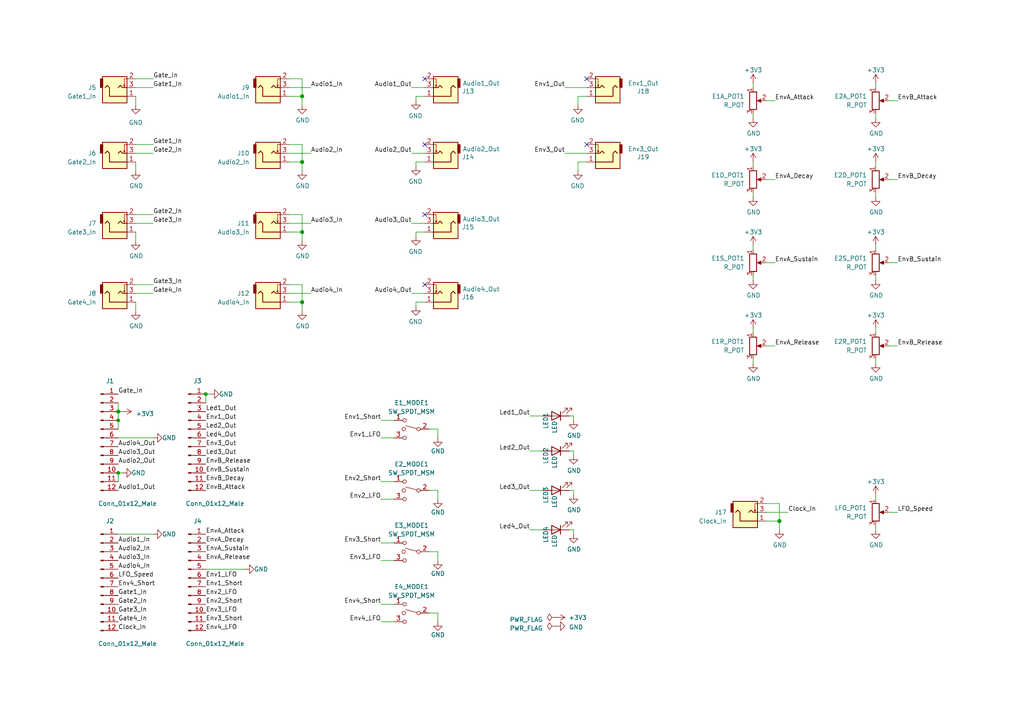
<source format=kicad_sch>
(kicad_sch (version 20210615) (generator eeschema)
  (paper "A4")
  (lib_symbols
    (symbol "Connector:Conn_01x12_Male" (pin_names (offset 1.016) hide)
      (property "Reference" "J" (at 0 15.24 0))
      (property "Value" "Conn_01x12_Male" (at 0 -17.78 0))
      (symbol "Conn_01x12_Male_1_1"
        (rectangle (start 0.8636 -15.113) (end 0 -15.367) (stroke (width 0.1524)) (fill (type outline)))
        (rectangle (start 0.8636 -12.573) (end 0 -12.827) (stroke (width 0.1524)) (fill (type outline)))
        (rectangle (start 0.8636 -10.033) (end 0 -10.287) (stroke (width 0.1524)) (fill (type outline)))
        (rectangle (start 0.8636 -7.493) (end 0 -7.747) (stroke (width 0.1524)) (fill (type outline)))
        (rectangle (start 0.8636 -4.953) (end 0 -5.207) (stroke (width 0.1524)) (fill (type outline)))
        (rectangle (start 0.8636 -2.413) (end 0 -2.667) (stroke (width 0.1524)) (fill (type outline)))
        (rectangle (start 0.8636 0.127) (end 0 -0.127) (stroke (width 0.1524)) (fill (type outline)))
        (rectangle (start 0.8636 2.667) (end 0 2.413) (stroke (width 0.1524)) (fill (type outline)))
        (rectangle (start 0.8636 5.207) (end 0 4.953) (stroke (width 0.1524)) (fill (type outline)))
        (rectangle (start 0.8636 7.747) (end 0 7.493) (stroke (width 0.1524)) (fill (type outline)))
        (rectangle (start 0.8636 10.287) (end 0 10.033) (stroke (width 0.1524)) (fill (type outline)))
        (rectangle (start 0.8636 12.827) (end 0 12.573) (stroke (width 0.1524)) (fill (type outline)))
        (polyline (pts (xy 1.27 -15.24) (xy 0.8636 -15.24)) (stroke (width 0.1524)))
        (polyline (pts (xy 1.27 -12.7) (xy 0.8636 -12.7)) (stroke (width 0.1524)))
        (polyline (pts (xy 1.27 -10.16) (xy 0.8636 -10.16)) (stroke (width 0.1524)))
        (polyline (pts (xy 1.27 -7.62) (xy 0.8636 -7.62)) (stroke (width 0.1524)))
        (polyline (pts (xy 1.27 -5.08) (xy 0.8636 -5.08)) (stroke (width 0.1524)))
        (polyline (pts (xy 1.27 -2.54) (xy 0.8636 -2.54)) (stroke (width 0.1524)))
        (polyline (pts (xy 1.27 0) (xy 0.8636 0)) (stroke (width 0.1524)))
        (polyline (pts (xy 1.27 2.54) (xy 0.8636 2.54)) (stroke (width 0.1524)))
        (polyline (pts (xy 1.27 5.08) (xy 0.8636 5.08)) (stroke (width 0.1524)))
        (polyline (pts (xy 1.27 7.62) (xy 0.8636 7.62)) (stroke (width 0.1524)))
        (polyline (pts (xy 1.27 10.16) (xy 0.8636 10.16)) (stroke (width 0.1524)))
        (polyline (pts (xy 1.27 12.7) (xy 0.8636 12.7)) (stroke (width 0.1524)))
        (pin passive line (at 5.08 12.7 180) (length 3.81) (name "Pin_1") (number "1"))
        (pin passive line (at 5.08 -10.16 180) (length 3.81) (name "Pin_10") (number "10"))
        (pin passive line (at 5.08 -12.7 180) (length 3.81) (name "Pin_11") (number "11"))
        (pin passive line (at 5.08 -15.24 180) (length 3.81) (name "Pin_12") (number "12"))
        (pin passive line (at 5.08 10.16 180) (length 3.81) (name "Pin_2") (number "2"))
        (pin passive line (at 5.08 7.62 180) (length 3.81) (name "Pin_3") (number "3"))
        (pin passive line (at 5.08 5.08 180) (length 3.81) (name "Pin_4") (number "4"))
        (pin passive line (at 5.08 2.54 180) (length 3.81) (name "Pin_5") (number "5"))
        (pin passive line (at 5.08 0 180) (length 3.81) (name "Pin_6") (number "6"))
        (pin passive line (at 5.08 -2.54 180) (length 3.81) (name "Pin_7") (number "7"))
        (pin passive line (at 5.08 -5.08 180) (length 3.81) (name "Pin_8") (number "8"))
        (pin passive line (at 5.08 -7.62 180) (length 3.81) (name "Pin_9") (number "9"))
      )
    )
    (symbol "Device:LED" (pin_numbers hide) (pin_names (offset 1.016) hide)
      (property "Reference" "D" (at 0 2.54 0))
      (property "Value" "LED" (at 0 -2.54 0))
      (symbol "LED_0_1"
        (polyline (pts (xy -1.27 -1.27) (xy -1.27 1.27)) (stroke (width 0.254)))
        (polyline (pts (xy -1.27 0) (xy 1.27 0)))
        (polyline (pts (xy 1.27 -1.27) (xy 1.27 1.27) (xy -1.27 0) (xy 1.27 -1.27)) (stroke (width 0.254)))
        (polyline (pts (xy -3.048 -0.762) (xy -4.572 -2.286) (xy -3.81 -2.286) (xy -4.572 -2.286) (xy -4.572 -1.524)))
        (polyline (pts (xy -1.778 -0.762) (xy -3.302 -2.286) (xy -2.54 -2.286) (xy -3.302 -2.286) (xy -3.302 -1.524)))
      )
      (symbol "LED_1_1"
        (pin passive line (at -3.81 0 0) (length 2.54) (name "K") (number "1"))
        (pin passive line (at 3.81 0 180) (length 2.54) (name "A") (number "2"))
      )
    )
    (symbol "Encoder:R_POT" (pin_names (offset 1.016) hide)
      (property "Reference" "RV" (at -4.445 0 90))
      (property "Value" "R_POT" (at -2.54 0 90))
      (symbol "R_POT_0_1"
        (rectangle (start 1.016 2.54) (end -1.016 -2.54) (stroke (width 0.254)))
        (polyline (pts (xy 2.54 0) (xy 1.524 0)))
        (polyline (pts (xy 1.143 0) (xy 2.286 0.508) (xy 2.286 -0.508) (xy 1.143 0)) (fill (type outline)))
      )
      (symbol "R_POT_1_1"
        (pin passive line (at 0 3.81 270) (length 1.27) (name "1") (number "1"))
        (pin passive line (at 3.81 0 180) (length 1.27) (name "2") (number "2"))
        (pin passive line (at 0 -3.81 90) (length 1.27) (name "3") (number "3"))
      )
    )
    (symbol "Switch:SW_SPDT_MSM" (pin_names (offset 0) hide)
      (property "Reference" "SW" (at 0 5.08 0))
      (property "Value" "SW_SPDT_MSM" (at 0 -5.08 0))
      (symbol "SW_SPDT_MSM_0_0"
        (circle (center -2.032 0) (radius 0.508))
        (circle (center 2.032 -2.54) (radius 0.508))
        (polyline (pts (xy -1.524 0.127) (xy 1.778 1.016)))
      )
      (symbol "SW_SPDT_MSM_0_1"
        (circle (center 2.032 2.54) (radius 0.508))
        (circle (center 2.286 0) (radius 0.508))
      )
      (symbol "SW_SPDT_MSM_1_1"
        (pin passive line (at 5.08 2.54 180) (length 2.54) (name "1") (number "1"))
        (pin passive line (at -5.08 0 0) (length 2.54) (name "2") (number "2"))
        (pin passive line (at 5.08 -2.54 180) (length 2.54) (name "3") (number "3"))
      )
    )
    (symbol "power:+3.3V" (power) (pin_names (offset 0))
      (property "Value" "+3.3V" (at 0 3.556 0))
      (symbol "+3.3V_0_1"
        (polyline (pts (xy -0.762 1.27) (xy 0 2.54)))
        (polyline (pts (xy 0 0) (xy 0 2.54)))
        (polyline (pts (xy 0 2.54) (xy 0.762 1.27)))
      )
      (symbol "+3.3V_1_1"
        (pin power_in line (at 0 0 90) (length 0) hide (name "+3V3") (number "1"))
      )
    )
    (symbol "power:GND" (power) (pin_names (offset 0))
      (property "Value" "GND" (at 0 -3.81 0))
      (symbol "GND_0_1"
        (polyline (pts (xy 0 0) (xy 0 -1.27) (xy 1.27 -1.27) (xy 0 -2.54) (xy -1.27 -1.27) (xy 0 -1.27)))
      )
      (symbol "GND_1_1"
        (pin power_in line (at 0 0 270) (length 0) hide (name "GND") (number "1"))
      )
    )
    (symbol "power:PWR_FLAG" (power) (pin_numbers hide) (pin_names (offset 0) hide)
      (property "Value" "PWR_FLAG" (at 0 3.81 0))
      (symbol "PWR_FLAG_0_0"
        (pin power_out line (at 0 0 90) (length 0) (name "pwr") (number "1"))
      )
      (symbol "PWR_FLAG_0_1"
        (polyline (pts (xy 0 0) (xy 0 1.27) (xy -1.016 1.905) (xy 0 2.54) (xy 1.016 1.905) (xy 0 1.27)))
      )
    )
    (symbol "thonkiconn:AudioJack2_Ground_Switch" (pin_names (offset 1.016))
      (property "Reference" "J" (at 0 8.89 0))
      (property "Value" "AudioJack2_Ground_Switch" (at 0 6.35 0))
      (symbol "AudioJack2_Ground_Switch_0_1"
        (rectangle (start -4.445 -2.54) (end -5.207 0) (fill (type outline)))
        (rectangle (start 2.54 -3.175) (end -4.572 4.445) (stroke (width 0.254)) (fill (type background)))
        (polyline (pts (xy 1.778 -0.254) (xy 2.032 -0.762)))
        (polyline (pts (xy 0 0) (xy 0.635 -0.635) (xy 1.27 0) (xy 2.54 0)) (stroke (width 0.254)))
        (polyline (pts (xy 2.54 -2.54) (xy 1.778 -2.54) (xy 1.778 -0.254) (xy 1.524 -0.762)))
        (polyline (pts (xy 2.54 2.54) (xy -2.54 2.54) (xy -2.54 0) (xy -3.175 -0.635) (xy -3.81 0)) (stroke (width 0.254)))
      )
      (symbol "AudioJack2_Ground_Switch_1_1"
        (pin passive line (at 5.08 2.54 180) (length 2.54) (name "~") (number "1"))
        (pin passive line (at 5.08 -2.54 180) (length 2.54) (name "~") (number "2"))
        (pin passive line (at 5.08 0 180) (length 2.54) (name "~") (number "3"))
      )
    )
  )
  (junction (at 34.29 119.38) (diameter 1.016))
  (junction (at 34.29 121.92) (diameter 0.9144))
  (junction (at 34.29 137.16) (diameter 0.9144))
  (junction (at 59.69 114.3) (diameter 0.9144))
  (junction (at 87.63 27.94) (diameter 1.016))
  (junction (at 87.63 46.99) (diameter 1.016))
  (junction (at 87.63 67.31) (diameter 1.016))
  (junction (at 87.63 87.63) (diameter 1.016))
  (junction (at 226.06 151.13) (diameter 1.016))
  (no_connect (at 123.19 22.86))
  (no_connect (at 123.19 41.91))
  (no_connect (at 123.19 62.23))
  (no_connect (at 123.19 82.55))
  (no_connect (at 170.18 22.86))
  (no_connect (at 170.18 41.91))
  (wire (pts (xy 34.29 116.84) (xy 34.29 119.38)))
  (wire (pts (xy 34.29 119.38) (xy 34.29 121.92)))
  (wire (pts (xy 34.29 121.92) (xy 34.29 124.46)))
  (wire (pts (xy 34.29 127) (xy 44.45 127)))
  (wire (pts (xy 34.29 137.16) (xy 34.29 139.7)))
  (wire (pts (xy 34.29 137.16) (xy 35.56 137.16)))
  (wire (pts (xy 34.29 154.94) (xy 44.45 154.94)))
  (wire (pts (xy 35.56 119.38) (xy 34.29 119.38)))
  (wire (pts (xy 39.37 25.4) (xy 44.45 25.4)))
  (wire (pts (xy 39.37 27.94) (xy 39.37 30.48)))
  (wire (pts (xy 39.37 44.45) (xy 44.45 44.45)))
  (wire (pts (xy 39.37 46.99) (xy 39.37 49.53)))
  (wire (pts (xy 39.37 64.77) (xy 44.45 64.77)))
  (wire (pts (xy 39.37 67.31) (xy 39.37 69.85)))
  (wire (pts (xy 39.37 85.09) (xy 44.45 85.09)))
  (wire (pts (xy 39.37 87.63) (xy 39.37 90.17)))
  (wire (pts (xy 44.45 22.86) (xy 39.37 22.86)))
  (wire (pts (xy 44.45 41.91) (xy 39.37 41.91)))
  (wire (pts (xy 44.45 62.23) (xy 39.37 62.23)))
  (wire (pts (xy 44.45 82.55) (xy 39.37 82.55)))
  (wire (pts (xy 59.69 114.3) (xy 59.69 116.84)))
  (wire (pts (xy 59.69 114.3) (xy 60.96 114.3)))
  (wire (pts (xy 59.69 165.1) (xy 71.12 165.1)))
  (wire (pts (xy 83.82 22.86) (xy 87.63 22.86)))
  (wire (pts (xy 83.82 25.4) (xy 90.17 25.4)))
  (wire (pts (xy 83.82 27.94) (xy 87.63 27.94)))
  (wire (pts (xy 83.82 41.91) (xy 87.63 41.91)))
  (wire (pts (xy 83.82 44.45) (xy 90.17 44.45)))
  (wire (pts (xy 83.82 46.99) (xy 87.63 46.99)))
  (wire (pts (xy 83.82 62.23) (xy 87.63 62.23)))
  (wire (pts (xy 83.82 64.77) (xy 90.17 64.77)))
  (wire (pts (xy 83.82 67.31) (xy 87.63 67.31)))
  (wire (pts (xy 83.82 82.55) (xy 87.63 82.55)))
  (wire (pts (xy 83.82 85.09) (xy 90.17 85.09)))
  (wire (pts (xy 83.82 87.63) (xy 87.63 87.63)))
  (wire (pts (xy 87.63 22.86) (xy 87.63 27.94)))
  (wire (pts (xy 87.63 27.94) (xy 87.63 30.48)))
  (wire (pts (xy 87.63 41.91) (xy 87.63 46.99)))
  (wire (pts (xy 87.63 46.99) (xy 87.63 49.53)))
  (wire (pts (xy 87.63 62.23) (xy 87.63 67.31)))
  (wire (pts (xy 87.63 67.31) (xy 87.63 69.85)))
  (wire (pts (xy 87.63 82.55) (xy 87.63 87.63)))
  (wire (pts (xy 87.63 87.63) (xy 87.63 90.17)))
  (wire (pts (xy 110.49 121.92) (xy 114.3 121.92)))
  (wire (pts (xy 110.49 127) (xy 114.3 127)))
  (wire (pts (xy 110.49 139.7) (xy 114.3 139.7)))
  (wire (pts (xy 110.49 144.78) (xy 114.3 144.78)))
  (wire (pts (xy 110.49 157.48) (xy 114.3 157.48)))
  (wire (pts (xy 110.49 162.56) (xy 114.3 162.56)))
  (wire (pts (xy 110.49 175.26) (xy 114.3 175.26)))
  (wire (pts (xy 110.49 180.34) (xy 114.3 180.34)))
  (wire (pts (xy 119.38 25.4) (xy 123.19 25.4)))
  (wire (pts (xy 119.38 44.45) (xy 123.19 44.45)))
  (wire (pts (xy 119.38 64.77) (xy 123.19 64.77)))
  (wire (pts (xy 119.38 85.09) (xy 123.19 85.09)))
  (wire (pts (xy 120.65 27.94) (xy 120.65 29.21)))
  (wire (pts (xy 120.65 46.99) (xy 120.65 48.26)))
  (wire (pts (xy 120.65 67.31) (xy 120.65 68.58)))
  (wire (pts (xy 120.65 87.63) (xy 120.65 88.9)))
  (wire (pts (xy 123.19 27.94) (xy 120.65 27.94)))
  (wire (pts (xy 123.19 46.99) (xy 120.65 46.99)))
  (wire (pts (xy 123.19 67.31) (xy 120.65 67.31)))
  (wire (pts (xy 123.19 87.63) (xy 120.65 87.63)))
  (wire (pts (xy 127 124.46) (xy 124.46 124.46)))
  (wire (pts (xy 127 127) (xy 127 124.46)))
  (wire (pts (xy 127 142.24) (xy 124.46 142.24)))
  (wire (pts (xy 127 144.78) (xy 127 142.24)))
  (wire (pts (xy 127 160.02) (xy 124.46 160.02)))
  (wire (pts (xy 127 162.56) (xy 127 160.02)))
  (wire (pts (xy 127 177.8) (xy 124.46 177.8)))
  (wire (pts (xy 127 180.34) (xy 127 177.8)))
  (wire (pts (xy 153.67 153.67) (xy 157.48 153.67)))
  (wire (pts (xy 157.48 120.65) (xy 153.67 120.65)))
  (wire (pts (xy 157.48 130.81) (xy 153.67 130.81)))
  (wire (pts (xy 157.48 142.24) (xy 153.67 142.24)))
  (wire (pts (xy 163.83 25.4) (xy 170.18 25.4)))
  (wire (pts (xy 163.83 44.45) (xy 170.18 44.45)))
  (wire (pts (xy 165.1 120.65) (xy 166.37 120.65)))
  (wire (pts (xy 165.1 130.81) (xy 166.37 130.81)))
  (wire (pts (xy 165.1 142.24) (xy 166.37 142.24)))
  (wire (pts (xy 165.1 153.67) (xy 166.37 153.67)))
  (wire (pts (xy 166.37 121.92) (xy 166.37 120.65)))
  (wire (pts (xy 166.37 132.08) (xy 166.37 130.81)))
  (wire (pts (xy 166.37 143.51) (xy 166.37 142.24)))
  (wire (pts (xy 166.37 154.94) (xy 166.37 153.67)))
  (wire (pts (xy 167.64 27.94) (xy 167.64 30.48)))
  (wire (pts (xy 167.64 46.99) (xy 167.64 49.53)))
  (wire (pts (xy 170.18 27.94) (xy 167.64 27.94)))
  (wire (pts (xy 170.18 46.99) (xy 167.64 46.99)))
  (wire (pts (xy 218.44 24.13) (xy 218.44 25.4)))
  (wire (pts (xy 218.44 33.02) (xy 218.44 34.29)))
  (wire (pts (xy 218.44 46.99) (xy 218.44 48.26)))
  (wire (pts (xy 218.44 55.88) (xy 218.44 57.15)))
  (wire (pts (xy 218.44 71.12) (xy 218.44 72.39)))
  (wire (pts (xy 218.44 80.01) (xy 218.44 81.28)))
  (wire (pts (xy 218.44 95.25) (xy 218.44 96.52)))
  (wire (pts (xy 218.44 104.14) (xy 218.44 105.41)))
  (wire (pts (xy 222.25 29.21) (xy 224.79 29.21)))
  (wire (pts (xy 222.25 52.07) (xy 224.79 52.07)))
  (wire (pts (xy 222.25 76.2) (xy 224.79 76.2)))
  (wire (pts (xy 222.25 100.33) (xy 224.79 100.33)))
  (wire (pts (xy 222.25 146.05) (xy 226.06 146.05)))
  (wire (pts (xy 222.25 148.59) (xy 228.6 148.59)))
  (wire (pts (xy 222.25 151.13) (xy 226.06 151.13)))
  (wire (pts (xy 226.06 146.05) (xy 226.06 151.13)))
  (wire (pts (xy 226.06 151.13) (xy 226.06 153.67)))
  (wire (pts (xy 254 24.13) (xy 254 25.4)))
  (wire (pts (xy 254 33.02) (xy 254 34.29)))
  (wire (pts (xy 254 46.99) (xy 254 48.26)))
  (wire (pts (xy 254 55.88) (xy 254 57.15)))
  (wire (pts (xy 254 71.12) (xy 254 72.39)))
  (wire (pts (xy 254 80.01) (xy 254 81.28)))
  (wire (pts (xy 254 95.25) (xy 254 96.52)))
  (wire (pts (xy 254 104.14) (xy 254 105.41)))
  (wire (pts (xy 254 143.51) (xy 254 144.78)))
  (wire (pts (xy 254 152.4) (xy 254 153.67)))
  (wire (pts (xy 257.81 29.21) (xy 260.35 29.21)))
  (wire (pts (xy 257.81 52.07) (xy 260.35 52.07)))
  (wire (pts (xy 257.81 76.2) (xy 260.35 76.2)))
  (wire (pts (xy 257.81 100.33) (xy 260.35 100.33)))
  (wire (pts (xy 257.81 148.59) (xy 260.35 148.59)))
  (label "Gate_In" (at 34.29 114.3 0))
  (label "Audio4_Out" (at 34.29 129.54 0))
  (label "Audio3_Out" (at 34.29 132.08 0))
  (label "Audio2_Out" (at 34.29 134.62 0))
  (label "Audio1_Out" (at 34.29 142.24 0))
  (label "Audio1_In" (at 34.29 157.48 0))
  (label "Audio2_In" (at 34.29 160.02 0))
  (label "Audio3_In" (at 34.29 162.56 0))
  (label "Audio4_In" (at 34.29 165.1 0))
  (label "LFO_Speed" (at 34.29 167.64 0))
  (label "Env4_Short" (at 34.29 170.18 0))
  (label "Gate1_In" (at 34.29 172.72 0))
  (label "Gate2_In" (at 34.29 175.26 0))
  (label "Gate3_In" (at 34.29 177.8 0))
  (label "Gate4_In" (at 34.29 180.34 0))
  (label "Clock_In" (at 34.29 182.88 0))
  (label "Gate_In" (at 44.45 22.86 0))
  (label "Gate1_In" (at 44.45 25.4 0))
  (label "Gate1_In" (at 44.45 41.91 0))
  (label "Gate2_In" (at 44.45 44.45 0))
  (label "Gate2_In" (at 44.45 62.23 0))
  (label "Gate3_In" (at 44.45 64.77 0))
  (label "Gate3_In" (at 44.45 82.55 0))
  (label "Gate4_In" (at 44.45 85.09 0))
  (label "Led1_Out" (at 59.69 119.38 0))
  (label "Env1_Out" (at 59.69 121.92 0))
  (label "Led2_Out" (at 59.69 124.46 0))
  (label "Led4_Out" (at 59.69 127 0))
  (label "Env3_Out" (at 59.69 129.54 0))
  (label "Led3_Out" (at 59.69 132.08 0))
  (label "EnvB_Release" (at 59.69 134.62 0))
  (label "EnvB_Sustain" (at 59.69 137.16 0))
  (label "EnvB_Decay" (at 59.69 139.7 0))
  (label "EnvB_Attack" (at 59.69 142.24 0))
  (label "EnvA_Attack" (at 59.69 154.94 0))
  (label "EnvA_Decay" (at 59.69 157.48 0))
  (label "EnvA_Sustain" (at 59.69 160.02 0))
  (label "EnvA_Release" (at 59.69 162.56 0))
  (label "Env1_LFO" (at 59.69 167.64 0))
  (label "Env1_Short" (at 59.69 170.18 0))
  (label "Env2_LFO" (at 59.69 172.72 0))
  (label "Env2_Short" (at 59.69 175.26 0))
  (label "Env3_LFO" (at 59.69 177.8 0))
  (label "Env3_Short" (at 59.69 180.34 0))
  (label "Env4_LFO" (at 59.69 182.88 0))
  (label "Audio1_In" (at 90.17 25.4 0))
  (label "Audio2_In" (at 90.17 44.45 0))
  (label "Audio3_In" (at 90.17 64.77 0))
  (label "Audio4_In" (at 90.17 85.09 0))
  (label "Env1_Short" (at 110.49 121.92 180))
  (label "Env1_LFO" (at 110.49 127 180))
  (label "Env2_Short" (at 110.49 139.7 180))
  (label "Env2_LFO" (at 110.49 144.78 180))
  (label "Env3_Short" (at 110.49 157.48 180))
  (label "Env3_LFO" (at 110.49 162.56 180))
  (label "Env4_Short" (at 110.49 175.26 180))
  (label "Env4_LFO" (at 110.49 180.34 180))
  (label "Audio1_Out" (at 119.38 25.4 180))
  (label "Audio2_Out" (at 119.38 44.45 180))
  (label "Audio3_Out" (at 119.38 64.77 180))
  (label "Audio4_Out" (at 119.38 85.09 180))
  (label "Led1_Out" (at 153.67 120.65 180))
  (label "Led2_Out" (at 153.67 130.81 180))
  (label "Led3_Out" (at 153.67 142.24 180))
  (label "Led4_Out" (at 153.67 153.67 180))
  (label "Env1_Out" (at 163.83 25.4 180))
  (label "Env3_Out" (at 163.83 44.45 180))
  (label "EnvA_Attack" (at 224.79 29.21 0))
  (label "EnvA_Decay" (at 224.79 52.07 0))
  (label "EnvA_Sustain" (at 224.79 76.2 0))
  (label "EnvA_Release" (at 224.79 100.33 0))
  (label "Clock_In" (at 228.6 148.59 0))
  (label "EnvB_Attack" (at 260.35 29.21 0))
  (label "EnvB_Decay" (at 260.35 52.07 0))
  (label "EnvB_Sustain" (at 260.35 76.2 0))
  (label "EnvB_Release" (at 260.35 100.33 0))
  (label "LFO_Speed" (at 260.35 148.59 0))
  (symbol (lib_id "power:+3.3V") (at 35.56 119.38 270) (unit 1)
    (property "Reference" "#PWR01" (effects hide))
    (property "Value" "+3.3V" (at 39.37 120.0149 90) (effects (justify left)))
  )
  (symbol (lib_id "power:+3.3V") (at 161.29 179.07 270) (unit 1)
    (property "Reference" "#PWR048" (effects hide))
    (property "Value" "+3.3V" (at 164.9055 179.1338 90) (effects (justify left)))
  )
  (symbol (lib_id "power:+3.3V") (at 218.44 24.13 0) (unit 1)
    (property "Reference" "#PWR017" (effects hide))
    (property "Value" "+3.3V" (at 218.44 20.32 0))
  )
  (symbol (lib_id "power:+3.3V") (at 218.44 46.99 0) (unit 1)
    (property "Reference" "#PWR019" (effects hide))
    (property "Value" "+3.3V" (at 218.44 43.18 0))
  )
  (symbol (lib_id "power:+3.3V") (at 218.44 71.12 0) (unit 1)
    (property "Reference" "#PWR029" (effects hide))
    (property "Value" "+3.3V" (at 218.44 67.31 0))
  )
  (symbol (lib_id "power:+3.3V") (at 218.44 95.25 0) (unit 1)
    (property "Reference" "#PWR042" (effects hide))
    (property "Value" "+3.3V" (at 218.44 91.44 0))
  )
  (symbol (lib_id "power:+3.3V") (at 254 24.13 0) (unit 1)
    (property "Reference" "#PWR043" (effects hide))
    (property "Value" "+3.3V" (at 254 20.32 0))
  )
  (symbol (lib_id "power:+3.3V") (at 254 46.99 0) (unit 1)
    (property "Reference" "#PWR044" (effects hide))
    (property "Value" "+3.3V" (at 254 43.18 0))
  )
  (symbol (lib_id "power:+3.3V") (at 254 71.12 0) (unit 1)
    (property "Reference" "#PWR045" (effects hide))
    (property "Value" "+3.3V" (at 254 67.31 0))
  )
  (symbol (lib_id "power:+3.3V") (at 254 95.25 0) (unit 1)
    (property "Reference" "#PWR046" (effects hide))
    (property "Value" "+3.3V" (at 254 91.44 0))
  )
  (symbol (lib_id "power:+3.3V") (at 254 143.51 0) (unit 1)
    (property "Reference" "#PWR047" (effects hide))
    (property "Value" "+3.3V" (at 254 139.7 0))
  )
  (symbol (lib_id "power:PWR_FLAG") (at 161.29 179.07 90) (unit 1)
    (property "Reference" "#FLG01" (effects hide))
    (property "Value" "PWR_FLAG" (at 157.48 179.7049 90) (effects (justify left)))
  )
  (symbol (lib_id "power:PWR_FLAG") (at 161.29 181.61 90) (unit 1)
    (property "Reference" "#FLG02" (effects hide))
    (property "Value" "PWR_FLAG" (at 157.48 182.2449 90) (effects (justify left)))
  )
  (symbol (lib_id "power:GND") (at 35.56 137.16 90) (unit 1)
    (property "Reference" "#PWR03" (effects hide))
    (property "Value" "GND" (at 38.1 137.16 90) (effects (justify right)))
  )
  (symbol (lib_id "power:GND") (at 39.37 30.48 0) (unit 1)
    (property "Reference" "#PWR09" (effects hide))
    (property "Value" "GND" (at 39.37 35.56 0))
  )
  (symbol (lib_id "power:GND") (at 39.37 49.53 0) (unit 1)
    (property "Reference" "#PWR010" (effects hide))
    (property "Value" "GND" (at 39.497 53.9242 0))
  )
  (symbol (lib_id "power:GND") (at 39.37 69.85 0) (unit 1)
    (property "Reference" "#PWR011" (effects hide))
    (property "Value" "GND" (at 39.497 74.2442 0))
  )
  (symbol (lib_id "power:GND") (at 39.37 90.17 0) (unit 1)
    (property "Reference" "#PWR012" (effects hide))
    (property "Value" "GND" (at 39.497 94.5642 0))
  )
  (symbol (lib_id "power:GND") (at 44.45 127 90) (unit 1)
    (property "Reference" "#PWR05" (effects hide))
    (property "Value" "GND" (at 46.99 127 90) (effects (justify right)))
  )
  (symbol (lib_id "power:GND") (at 44.45 154.94 90) (unit 1)
    (property "Reference" "#PWR07" (effects hide))
    (property "Value" "GND" (at 46.99 154.94 90) (effects (justify right)))
  )
  (symbol (lib_id "power:GND") (at 60.96 114.3 90) (unit 1)
    (property "Reference" "#PWR013" (effects hide))
    (property "Value" "GND" (at 63.5 114.3 90) (effects (justify right)))
  )
  (symbol (lib_id "power:GND") (at 71.12 165.1 90) (unit 1)
    (property "Reference" "#PWR015" (effects hide))
    (property "Value" "GND" (at 73.66 165.1 90) (effects (justify right)))
  )
  (symbol (lib_id "power:GND") (at 87.63 30.48 0) (unit 1)
    (property "Reference" "#PWR021" (effects hide))
    (property "Value" "GND" (at 87.757 34.8742 0))
  )
  (symbol (lib_id "power:GND") (at 87.63 49.53 0) (unit 1)
    (property "Reference" "#PWR022" (effects hide))
    (property "Value" "GND" (at 87.757 53.9242 0))
  )
  (symbol (lib_id "power:GND") (at 87.63 69.85 0) (unit 1)
    (property "Reference" "#PWR023" (effects hide))
    (property "Value" "GND" (at 87.757 74.2442 0))
  )
  (symbol (lib_id "power:GND") (at 87.63 90.17 0) (unit 1)
    (property "Reference" "#PWR024" (effects hide))
    (property "Value" "GND" (at 87.757 94.5642 0))
  )
  (symbol (lib_id "power:GND") (at 120.65 29.21 0) (mirror y) (unit 1)
    (property "Reference" "#PWR025" (effects hide))
    (property "Value" "GND" (at 120.523 33.6042 0))
  )
  (symbol (lib_id "power:GND") (at 120.65 48.26 0) (mirror y) (unit 1)
    (property "Reference" "#PWR026" (effects hide))
    (property "Value" "GND" (at 120.523 52.6542 0))
  )
  (symbol (lib_id "power:GND") (at 120.65 68.58 0) (mirror y) (unit 1)
    (property "Reference" "#PWR027" (effects hide))
    (property "Value" "GND" (at 120.523 72.9742 0))
  )
  (symbol (lib_id "power:GND") (at 120.65 88.9 0) (mirror y) (unit 1)
    (property "Reference" "#PWR028" (effects hide))
    (property "Value" "GND" (at 120.523 93.2942 0))
  )
  (symbol (lib_id "power:GND") (at 127 127 0) (unit 1)
    (property "Reference" "#PWR031" (effects hide))
    (property "Value" "GND" (at 127 130.81 0))
  )
  (symbol (lib_id "power:GND") (at 127 144.78 0) (unit 1)
    (property "Reference" "#PWR032" (effects hide))
    (property "Value" "GND" (at 127 148.59 0))
  )
  (symbol (lib_id "power:GND") (at 127 162.56 0) (unit 1)
    (property "Reference" "#PWR033" (effects hide))
    (property "Value" "GND" (at 127 166.37 0))
  )
  (symbol (lib_id "power:GND") (at 127 180.34 0) (unit 1)
    (property "Reference" "#PWR034" (effects hide))
    (property "Value" "GND" (at 127 184.15 0))
  )
  (symbol (lib_id "power:GND") (at 161.29 181.61 90) (unit 1)
    (property "Reference" "#PWR049" (effects hide))
    (property "Value" "GND" (at 167.0774 181.8975 90))
  )
  (symbol (lib_id "power:GND") (at 166.37 121.92 0) (unit 1)
    (property "Reference" "#PWR038" (effects hide))
    (property "Value" "GND" (at 166.497 126.3142 0))
  )
  (symbol (lib_id "power:GND") (at 166.37 132.08 0) (unit 1)
    (property "Reference" "#PWR039" (effects hide))
    (property "Value" "GND" (at 166.497 136.4742 0))
  )
  (symbol (lib_id "power:GND") (at 166.37 143.51 0) (unit 1)
    (property "Reference" "#PWR040" (effects hide))
    (property "Value" "GND" (at 166.497 147.9042 0))
  )
  (symbol (lib_id "power:GND") (at 166.37 154.94 0) (unit 1)
    (property "Reference" "#PWR041" (effects hide))
    (property "Value" "GND" (at 166.497 159.3342 0))
  )
  (symbol (lib_id "power:GND") (at 167.64 30.48 0) (mirror y) (unit 1)
    (property "Reference" "#PWR035" (effects hide))
    (property "Value" "GND" (at 167.513 34.8742 0))
  )
  (symbol (lib_id "power:GND") (at 167.64 49.53 0) (mirror y) (unit 1)
    (property "Reference" "#PWR036" (effects hide))
    (property "Value" "GND" (at 167.513 53.9242 0))
  )
  (symbol (lib_id "power:GND") (at 218.44 34.29 0) (unit 1)
    (property "Reference" "#PWR02" (effects hide))
    (property "Value" "GND" (at 218.567 38.6842 0))
  )
  (symbol (lib_id "power:GND") (at 218.44 57.15 0) (unit 1)
    (property "Reference" "#PWR04" (effects hide))
    (property "Value" "GND" (at 218.567 61.5442 0))
  )
  (symbol (lib_id "power:GND") (at 218.44 81.28 0) (unit 1)
    (property "Reference" "#PWR06" (effects hide))
    (property "Value" "GND" (at 218.567 85.6742 0))
  )
  (symbol (lib_id "power:GND") (at 218.44 105.41 0) (unit 1)
    (property "Reference" "#PWR08" (effects hide))
    (property "Value" "GND" (at 218.567 109.8042 0))
  )
  (symbol (lib_id "power:GND") (at 226.06 153.67 0) (unit 1)
    (property "Reference" "#PWR037" (effects hide))
    (property "Value" "GND" (at 226.187 158.0642 0))
  )
  (symbol (lib_id "power:GND") (at 254 34.29 0) (unit 1)
    (property "Reference" "#PWR014" (effects hide))
    (property "Value" "GND" (at 254.127 38.6842 0))
  )
  (symbol (lib_id "power:GND") (at 254 57.15 0) (unit 1)
    (property "Reference" "#PWR016" (effects hide))
    (property "Value" "GND" (at 254.127 61.5442 0))
  )
  (symbol (lib_id "power:GND") (at 254 81.28 0) (unit 1)
    (property "Reference" "#PWR018" (effects hide))
    (property "Value" "GND" (at 254.127 85.6742 0))
  )
  (symbol (lib_id "power:GND") (at 254 105.41 0) (unit 1)
    (property "Reference" "#PWR020" (effects hide))
    (property "Value" "GND" (at 254.127 109.8042 0))
  )
  (symbol (lib_id "power:GND") (at 254 153.67 0) (unit 1)
    (property "Reference" "#PWR030" (effects hide))
    (property "Value" "GND" (at 254.127 158.0642 0))
  )
  (symbol (lib_id "Device:LED") (at 161.29 120.65 180) (unit 1)
    (property "Reference" "LED1" (at 158.3054 124.46 90) (effects (justify right)))
    (property "Value" "LED" (at 160.8454 125.73 90) (effects (justify right)))
    (property "Footprint" "Custom_Footprints:LED_D3.0mm" (effects hide))
  )
  (symbol (lib_id "Device:LED") (at 161.29 130.81 180) (unit 1)
    (property "Reference" "LED2" (at 158.3054 134.62 90) (effects (justify right)))
    (property "Value" "LED" (at 160.8454 135.89 90) (effects (justify right)))
    (property "Footprint" "Custom_Footprints:LED_D3.0mm" (effects hide))
  )
  (symbol (lib_id "Device:LED") (at 161.29 142.24 180) (unit 1)
    (property "Reference" "LED3" (at 158.3054 146.05 90) (effects (justify right)))
    (property "Value" "LED" (at 160.8454 147.32 90) (effects (justify right)))
    (property "Footprint" "Custom_Footprints:LED_D3.0mm" (effects hide))
  )
  (symbol (lib_id "Device:LED") (at 161.29 153.67 180) (unit 1)
    (property "Reference" "LED4" (at 158.3054 157.48 90) (effects (justify right)))
    (property "Value" "LED" (at 160.8454 158.75 90) (effects (justify right)))
    (property "Footprint" "Custom_Footprints:LED_D3.0mm" (effects hide))
  )
  (symbol (lib_id "Encoder:R_POT") (at 218.44 29.21 0) (unit 1)
    (property "Reference" "E1A_POT1" (at 215.9 27.9399 0) (effects (justify right)))
    (property "Value" "R_POT" (at 215.9 30.4799 0) (effects (justify right)))
    (property "Footprint" "Custom_Footprints:Alpha_9mm_Potentiometer_Aligned" (effects hide))
  )
  (symbol (lib_id "Encoder:R_POT") (at 218.44 52.07 0) (unit 1)
    (property "Reference" "E1D_POT1" (at 215.9 50.7999 0) (effects (justify right)))
    (property "Value" "R_POT" (at 215.9 53.3399 0) (effects (justify right)))
    (property "Footprint" "Custom_Footprints:Alpha_9mm_Potentiometer_Aligned" (effects hide))
  )
  (symbol (lib_id "Encoder:R_POT") (at 218.44 76.2 0) (unit 1)
    (property "Reference" "E1S_POT1" (at 215.9 74.9299 0) (effects (justify right)))
    (property "Value" "R_POT" (at 215.9 77.4699 0) (effects (justify right)))
    (property "Footprint" "Custom_Footprints:Alpha_9mm_Potentiometer_Aligned" (effects hide))
  )
  (symbol (lib_id "Encoder:R_POT") (at 218.44 100.33 0) (unit 1)
    (property "Reference" "E1R_POT1" (at 215.9 99.0599 0) (effects (justify right)))
    (property "Value" "R_POT" (at 215.9 101.5999 0) (effects (justify right)))
    (property "Footprint" "Custom_Footprints:Alpha_9mm_Potentiometer_Aligned" (effects hide))
  )
  (symbol (lib_id "Encoder:R_POT") (at 254 29.21 0) (unit 1)
    (property "Reference" "E2A_POT1" (at 251.46 27.9399 0) (effects (justify right)))
    (property "Value" "R_POT" (at 251.46 30.4799 0) (effects (justify right)))
    (property "Footprint" "Custom_Footprints:Alpha_9mm_Potentiometer_Aligned" (effects hide))
  )
  (symbol (lib_id "Encoder:R_POT") (at 254 52.07 0) (unit 1)
    (property "Reference" "E2D_POT1" (at 251.46 50.7999 0) (effects (justify right)))
    (property "Value" "R_POT" (at 251.46 53.3399 0) (effects (justify right)))
    (property "Footprint" "Custom_Footprints:Alpha_9mm_Potentiometer_Aligned" (effects hide))
  )
  (symbol (lib_id "Encoder:R_POT") (at 254 76.2 0) (unit 1)
    (property "Reference" "E2S_POT1" (at 251.46 74.9299 0) (effects (justify right)))
    (property "Value" "R_POT" (at 251.46 77.4699 0) (effects (justify right)))
    (property "Footprint" "Custom_Footprints:Alpha_9mm_Potentiometer_Aligned" (effects hide))
  )
  (symbol (lib_id "Encoder:R_POT") (at 254 100.33 0) (unit 1)
    (property "Reference" "E2R_POT1" (at 251.46 99.0599 0) (effects (justify right)))
    (property "Value" "R_POT" (at 251.46 101.5999 0) (effects (justify right)))
    (property "Footprint" "Custom_Footprints:Alpha_9mm_Potentiometer_Aligned" (effects hide))
  )
  (symbol (lib_id "Encoder:R_POT") (at 254 148.59 0) (unit 1)
    (property "Reference" "LFO_POT1" (at 251.46 147.3199 0) (effects (justify right)))
    (property "Value" "R_POT" (at 251.46 149.8599 0) (effects (justify right)))
    (property "Footprint" "Custom_Footprints:Alpha_9mm_Potentiometer_Aligned" (effects hide))
  )
  (symbol (lib_id "Switch:SW_SPDT_MSM") (at 119.38 124.46 0) (mirror y) (unit 1)
    (property "Reference" "E1_MODE1" (at 119.38 116.84 0))
    (property "Value" "SW_SPDT_MSM" (at 119.38 119.38 0))
    (property "Footprint" "Custom_Footprints:SPDT_SubMiniature_Aligned" (effects hide))
  )
  (symbol (lib_id "Switch:SW_SPDT_MSM") (at 119.38 142.24 0) (mirror y) (unit 1)
    (property "Reference" "E2_MODE1" (at 119.38 134.62 0))
    (property "Value" "SW_SPDT_MSM" (at 119.38 137.16 0))
    (property "Footprint" "Custom_Footprints:SPDT_SubMiniature_Aligned" (effects hide))
  )
  (symbol (lib_id "Switch:SW_SPDT_MSM") (at 119.38 160.02 0) (mirror y) (unit 1)
    (property "Reference" "E3_MODE1" (at 119.38 152.4 0))
    (property "Value" "SW_SPDT_MSM" (at 119.38 154.94 0))
    (property "Footprint" "Custom_Footprints:SPDT_SubMiniature_Aligned" (effects hide))
  )
  (symbol (lib_id "Switch:SW_SPDT_MSM") (at 119.38 177.8 0) (mirror y) (unit 1)
    (property "Reference" "E4_MODE1" (at 119.38 170.18 0))
    (property "Value" "SW_SPDT_MSM" (at 119.38 172.72 0))
    (property "Footprint" "Custom_Footprints:SPDT_SubMiniature_Aligned" (effects hide))
  )
  (symbol (lib_id "thonkiconn:AudioJack2_Ground_Switch") (at 34.29 25.4 0) (mirror x) (unit 1)
    (property "Reference" "J5" (at 27.94 25.3999 0) (effects (justify right)))
    (property "Value" "Gate1_In" (at 27.94 27.9399 0) (effects (justify right)))
    (property "Footprint" "Custom_Footprints:THONKICONN_hole" (effects hide))
  )
  (symbol (lib_id "thonkiconn:AudioJack2_Ground_Switch") (at 34.29 44.45 0) (mirror x) (unit 1)
    (property "Reference" "J6" (at 27.94 44.4499 0) (effects (justify right)))
    (property "Value" "Gate2_In" (at 27.94 46.9899 0) (effects (justify right)))
    (property "Footprint" "Custom_Footprints:THONKICONN_hole" (effects hide))
  )
  (symbol (lib_id "thonkiconn:AudioJack2_Ground_Switch") (at 34.29 64.77 0) (mirror x) (unit 1)
    (property "Reference" "J7" (at 27.94 64.7699 0) (effects (justify right)))
    (property "Value" "Gate3_In" (at 27.94 67.3099 0) (effects (justify right)))
    (property "Footprint" "Custom_Footprints:THONKICONN_hole" (effects hide))
  )
  (symbol (lib_id "thonkiconn:AudioJack2_Ground_Switch") (at 34.29 85.09 0) (mirror x) (unit 1)
    (property "Reference" "J8" (at 27.94 85.0899 0) (effects (justify right)))
    (property "Value" "Gate4_In" (at 27.94 87.6299 0) (effects (justify right)))
    (property "Footprint" "Custom_Footprints:THONKICONN_hole" (effects hide))
  )
  (symbol (lib_id "thonkiconn:AudioJack2_Ground_Switch") (at 78.74 25.4 0) (mirror x) (unit 1)
    (property "Reference" "J9" (at 72.39 25.3999 0) (effects (justify right)))
    (property "Value" "Audio1_In" (at 72.39 27.9399 0) (effects (justify right)))
    (property "Footprint" "Custom_Footprints:THONKICONN_hole" (effects hide))
  )
  (symbol (lib_id "thonkiconn:AudioJack2_Ground_Switch") (at 78.74 44.45 0) (mirror x) (unit 1)
    (property "Reference" "J10" (at 72.39 44.4499 0) (effects (justify right)))
    (property "Value" "Audio2_In" (at 72.39 46.9899 0) (effects (justify right)))
    (property "Footprint" "Custom_Footprints:THONKICONN_hole" (effects hide))
  )
  (symbol (lib_id "thonkiconn:AudioJack2_Ground_Switch") (at 78.74 64.77 0) (mirror x) (unit 1)
    (property "Reference" "J11" (at 72.39 64.7699 0) (effects (justify right)))
    (property "Value" "Audio3_In" (at 72.39 67.3099 0) (effects (justify right)))
    (property "Footprint" "Custom_Footprints:THONKICONN_hole" (effects hide))
  )
  (symbol (lib_id "thonkiconn:AudioJack2_Ground_Switch") (at 78.74 85.09 0) (mirror x) (unit 1)
    (property "Reference" "J12" (at 72.39 85.0899 0) (effects (justify right)))
    (property "Value" "Audio4_In" (at 72.39 87.6299 0) (effects (justify right)))
    (property "Footprint" "Custom_Footprints:THONKICONN_hole" (effects hide))
  )
  (symbol (lib_id "thonkiconn:AudioJack2_Ground_Switch") (at 128.27 25.4 180) (unit 1)
    (property "Reference" "J13" (at 135.763 26.4668 0))
    (property "Value" "Audio1_Out" (at 139.573 24.1554 0))
    (property "Footprint" "Custom_Footprints:THONKICONN_hole" (effects hide))
  )
  (symbol (lib_id "thonkiconn:AudioJack2_Ground_Switch") (at 128.27 44.45 180) (unit 1)
    (property "Reference" "J14" (at 135.763 45.5168 0))
    (property "Value" "Audio2_Out" (at 139.573 43.2054 0))
    (property "Footprint" "Custom_Footprints:THONKICONN_hole" (effects hide))
  )
  (symbol (lib_id "thonkiconn:AudioJack2_Ground_Switch") (at 128.27 64.77 180) (unit 1)
    (property "Reference" "J15" (at 135.763 65.8368 0))
    (property "Value" "Audio3_Out" (at 139.573 63.5254 0))
    (property "Footprint" "Custom_Footprints:THONKICONN_hole" (effects hide))
  )
  (symbol (lib_id "thonkiconn:AudioJack2_Ground_Switch") (at 128.27 85.09 180) (unit 1)
    (property "Reference" "J16" (at 135.763 86.1568 0))
    (property "Value" "Audio4_Out" (at 139.573 83.8454 0))
    (property "Footprint" "Custom_Footprints:THONKICONN_hole" (effects hide))
  )
  (symbol (lib_id "thonkiconn:AudioJack2_Ground_Switch") (at 175.26 25.4 180) (unit 1)
    (property "Reference" "J18" (at 186.563 26.4668 0))
    (property "Value" "Env1_Out" (at 186.563 24.1554 0))
    (property "Footprint" "Custom_Footprints:THONKICONN_hole" (effects hide))
  )
  (symbol (lib_id "thonkiconn:AudioJack2_Ground_Switch") (at 175.26 44.45 180) (unit 1)
    (property "Reference" "J19" (at 186.563 45.5168 0))
    (property "Value" "Env3_Out" (at 186.563 43.2054 0))
    (property "Footprint" "Custom_Footprints:THONKICONN_hole" (effects hide))
  )
  (symbol (lib_id "thonkiconn:AudioJack2_Ground_Switch") (at 217.17 148.59 0) (mirror x) (unit 1)
    (property "Reference" "J17" (at 210.82 148.5899 0) (effects (justify right)))
    (property "Value" "Clock_In" (at 210.82 151.1299 0) (effects (justify right)))
    (property "Footprint" "Custom_Footprints:THONKICONN_hole" (effects hide))
  )
  (symbol (lib_id "Connector:Conn_01x12_Male") (at 29.21 127 0) (unit 1)
    (property "Reference" "J1" (at 31.9024 110.49 0))
    (property "Value" "Conn_01x12_Male" (at 36.9824 146.05 0))
    (property "Footprint" "Connector_PinHeader_2.54mm:PinHeader_1x12_P2.54mm_Vertical" (effects hide))
  )
  (symbol (lib_id "Connector:Conn_01x12_Male") (at 29.21 167.64 0) (unit 1)
    (property "Reference" "J2" (at 31.9024 151.13 0))
    (property "Value" "Conn_01x12_Male" (at 36.9824 186.69 0))
    (property "Footprint" "Connector_PinHeader_2.54mm:PinHeader_1x12_P2.54mm_Vertical" (effects hide))
  )
  (symbol (lib_id "Connector:Conn_01x12_Male") (at 54.61 127 0) (unit 1)
    (property "Reference" "J3" (at 57.3024 110.49 0))
    (property "Value" "Conn_01x12_Male" (at 62.3824 146.05 0))
    (property "Footprint" "Connector_PinHeader_2.54mm:PinHeader_1x12_P2.54mm_Vertical" (effects hide))
  )
  (symbol (lib_id "Connector:Conn_01x12_Male") (at 54.61 167.64 0) (unit 1)
    (property "Reference" "J4" (at 57.3024 151.13 0))
    (property "Value" "Conn_01x12_Male" (at 62.3824 186.69 0))
    (property "Footprint" "Connector_PinHeader_2.54mm:PinHeader_1x12_P2.54mm_Vertical" (effects hide))
  )
)
</source>
